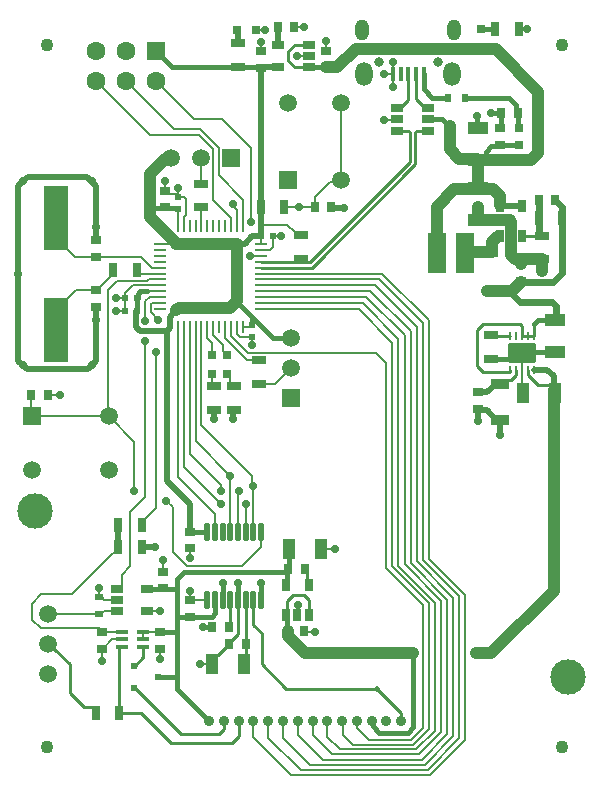
<source format=gbr>
%TF.GenerationSoftware,Altium Limited,Altium Designer,21.6.4 (81)*%
G04 Layer_Physical_Order=1*
G04 Layer_Color=255*
%FSLAX43Y43*%
%MOMM*%
%TF.SameCoordinates,B20EAAAA-7FFA-483C-807E-B1D6702B97A4*%
%TF.FilePolarity,Positive*%
%TF.FileFunction,Copper,L1,Top,Signal*%
%TF.Part,Single*%
G01*
G75*
%TA.AperFunction,SMDPad,CuDef*%
%ADD10C,0.500*%
%ADD11R,0.700X1.250*%
%ADD12R,0.800X0.900*%
%ADD13R,1.250X0.700*%
%ADD14R,0.800X0.800*%
G04:AMPARAMS|DCode=15|XSize=1.65mm|YSize=2.38mm|CornerRadius=0.124mm|HoleSize=0mm|Usage=FLASHONLY|Rotation=90.000|XOffset=0mm|YOffset=0mm|HoleType=Round|Shape=RoundedRectangle|*
%AMROUNDEDRECTD15*
21,1,1.650,2.133,0,0,90.0*
21,1,1.403,2.380,0,0,90.0*
1,1,0.248,1.066,0.701*
1,1,0.248,1.066,-0.701*
1,1,0.248,-1.066,-0.701*
1,1,0.248,-1.066,0.701*
%
%ADD15ROUNDEDRECTD15*%
%ADD16R,0.250X0.700*%
%ADD17R,0.500X0.800*%
%ADD18R,1.600X0.850*%
%ADD19R,1.000X0.200*%
%ADD20R,0.200X1.000*%
%ADD21R,0.600X0.500*%
%ADD22R,0.900X0.800*%
%ADD23R,1.219X0.914*%
%ADD24R,1.700X1.100*%
%ADD25R,1.100X1.700*%
G04:AMPARAMS|DCode=26|XSize=1.1mm|YSize=0.6mm|CornerRadius=0.021mm|HoleSize=0mm|Usage=FLASHONLY|Rotation=270.000|XOffset=0mm|YOffset=0mm|HoleType=Round|Shape=RoundedRectangle|*
%AMROUNDEDRECTD26*
21,1,1.100,0.558,0,0,270.0*
21,1,1.058,0.600,0,0,270.0*
1,1,0.042,-0.279,-0.529*
1,1,0.042,-0.279,0.529*
1,1,0.042,0.279,0.529*
1,1,0.042,0.279,-0.529*
%
%ADD26ROUNDEDRECTD26*%
%ADD27R,0.400X0.400*%
%TA.AperFunction,ConnectorPad*%
%ADD28R,0.450X1.300*%
%TA.AperFunction,SMDPad,CuDef*%
G04:AMPARAMS|DCode=29|XSize=0.3mm|YSize=1mm|CornerRadius=0mm|HoleSize=0mm|Usage=FLASHONLY|Rotation=90.000|XOffset=0mm|YOffset=0mm|HoleType=Round|Shape=RoundedRectangle|*
%AMROUNDEDRECTD29*
21,1,0.300,1.000,0,0,90.0*
21,1,0.300,1.000,0,0,90.0*
1,1,0.000,0.500,0.150*
1,1,0.000,0.500,-0.150*
1,1,0.000,-0.500,-0.150*
1,1,0.000,-0.500,0.150*
%
%ADD29ROUNDEDRECTD29*%
G04:AMPARAMS|DCode=30|XSize=1.1mm|YSize=0.6mm|CornerRadius=0.021mm|HoleSize=0mm|Usage=FLASHONLY|Rotation=180.000|XOffset=0mm|YOffset=0mm|HoleType=Round|Shape=RoundedRectangle|*
%AMROUNDEDRECTD30*
21,1,1.100,0.558,0,0,180.0*
21,1,1.058,0.600,0,0,180.0*
1,1,0.042,-0.529,0.279*
1,1,0.042,0.529,0.279*
1,1,0.042,0.529,-0.279*
1,1,0.042,-0.529,-0.279*
%
%ADD30ROUNDEDRECTD30*%
%ADD31R,0.700X0.750*%
%ADD32R,1.600X3.500*%
G04:AMPARAMS|DCode=33|XSize=0.45mm|YSize=1.5mm|CornerRadius=0.034mm|HoleSize=0mm|Usage=FLASHONLY|Rotation=180.000|XOffset=0mm|YOffset=0mm|HoleType=Round|Shape=RoundedRectangle|*
%AMROUNDEDRECTD33*
21,1,0.450,1.433,0,0,180.0*
21,1,0.383,1.500,0,0,180.0*
1,1,0.068,-0.191,0.716*
1,1,0.068,0.191,0.716*
1,1,0.068,0.191,-0.716*
1,1,0.068,-0.191,-0.716*
%
%ADD33ROUNDEDRECTD33*%
%ADD34R,2.000X5.500*%
%ADD35R,0.800X0.500*%
G04:AMPARAMS|DCode=36|XSize=0.6mm|YSize=1.1mm|CornerRadius=0.015mm|HoleSize=0mm|Usage=FLASHONLY|Rotation=270.000|XOffset=0mm|YOffset=0mm|HoleType=Round|Shape=RoundedRectangle|*
%AMROUNDEDRECTD36*
21,1,0.600,1.070,0,0,270.0*
21,1,0.570,1.100,0,0,270.0*
1,1,0.030,-0.535,-0.285*
1,1,0.030,-0.535,0.285*
1,1,0.030,0.535,0.285*
1,1,0.030,0.535,-0.285*
%
%ADD36ROUNDEDRECTD36*%
%ADD37R,0.800X0.800*%
%ADD38R,0.500X0.600*%
%TA.AperFunction,Conductor*%
%ADD39C,0.200*%
%ADD40C,0.500*%
%ADD41C,0.250*%
%ADD42C,0.400*%
%ADD43C,1.000*%
%ADD44C,0.600*%
%ADD45C,0.261*%
%TA.AperFunction,ComponentPad*%
%ADD46C,1.498*%
%ADD47R,1.498X1.498*%
%ADD48C,0.900*%
%ADD49O,1.450X2.000*%
%ADD50O,1.150X1.800*%
%ADD51C,0.800*%
%ADD52R,1.600X1.600*%
%ADD53C,1.600*%
%TA.AperFunction,WasherPad*%
%ADD54C,1.100*%
%TA.AperFunction,ComponentPad*%
%ADD55C,1.500*%
%ADD56R,1.498X1.498*%
%ADD57R,1.500X1.500*%
%ADD58R,1.500X1.500*%
%TA.AperFunction,ViaPad*%
%ADD59C,0.700*%
%ADD60C,3.000*%
D10*
X21250Y58250D02*
D03*
X31100Y8050D02*
D03*
D11*
X21250Y48850D02*
D03*
X23250D02*
D03*
X7300Y6000D02*
D03*
X9300D02*
D03*
X9200Y21900D02*
D03*
X11200D02*
D03*
Y20050D02*
D03*
X9200D02*
D03*
X46800Y47900D02*
D03*
X44800D02*
D03*
X43100Y63900D02*
D03*
X41100D02*
D03*
X8800Y43500D02*
D03*
X10800D02*
D03*
D12*
X25850Y48800D02*
D03*
X27250D02*
D03*
X46200Y49450D02*
D03*
X44800D02*
D03*
X17150Y13300D02*
D03*
X18550D02*
D03*
X41650Y56750D02*
D03*
X43050D02*
D03*
X24950Y12900D02*
D03*
X23550D02*
D03*
X1850Y32950D02*
D03*
X3250D02*
D03*
X25000Y18150D02*
D03*
X23600D02*
D03*
X20000Y11850D02*
D03*
X18600D02*
D03*
X24100Y64050D02*
D03*
X22700D02*
D03*
D13*
X19000Y33650D02*
D03*
Y31650D02*
D03*
X40800Y38000D02*
D03*
Y36000D02*
D03*
X45100Y46400D02*
D03*
Y44400D02*
D03*
X16250Y48800D02*
D03*
Y50800D02*
D03*
X17350Y33650D02*
D03*
Y31650D02*
D03*
X19350Y62700D02*
D03*
Y60700D02*
D03*
X21100Y35850D02*
D03*
Y33850D02*
D03*
X24650Y46450D02*
D03*
Y44450D02*
D03*
D14*
X18400Y36300D02*
D03*
Y34700D02*
D03*
X39900Y63900D02*
D03*
Y62300D02*
D03*
X17150Y36300D02*
D03*
Y34700D02*
D03*
D15*
X43400Y36500D02*
D03*
D16*
Y35070D02*
D03*
X43900D02*
D03*
X44400D02*
D03*
X42900D02*
D03*
X42400D02*
D03*
Y37930D02*
D03*
X42900D02*
D03*
X44400D02*
D03*
X43900D02*
D03*
X43400D02*
D03*
D17*
X37100Y58100D02*
D03*
X38600D02*
D03*
D18*
X41550Y33875D02*
D03*
Y30825D02*
D03*
D19*
X21250Y45700D02*
D03*
X12750Y41700D02*
D03*
Y45700D02*
D03*
X21250Y43200D02*
D03*
Y41700D02*
D03*
Y44200D02*
D03*
Y43700D02*
D03*
X12750Y40200D02*
D03*
X21250D02*
D03*
Y41200D02*
D03*
Y40700D02*
D03*
X12750Y42700D02*
D03*
X21250Y44700D02*
D03*
X12750Y43200D02*
D03*
Y43700D02*
D03*
X21250Y42200D02*
D03*
X12750Y45200D02*
D03*
Y44700D02*
D03*
X21250Y42700D02*
D03*
X12750Y40700D02*
D03*
Y44200D02*
D03*
X21250Y45200D02*
D03*
X12750Y42200D02*
D03*
Y41200D02*
D03*
D20*
X19750Y38700D02*
D03*
X18750D02*
D03*
X15750Y47200D02*
D03*
X16750D02*
D03*
X18250Y38700D02*
D03*
X15250Y47200D02*
D03*
X14250D02*
D03*
X16750Y38700D02*
D03*
X14250D02*
D03*
X15750D02*
D03*
X16250D02*
D03*
X15250D02*
D03*
X19750Y47200D02*
D03*
X16250D02*
D03*
X14750Y38700D02*
D03*
X19250D02*
D03*
X17750D02*
D03*
X14750Y47200D02*
D03*
X17250Y38700D02*
D03*
X18250Y47200D02*
D03*
X18750D02*
D03*
X19250D02*
D03*
X17750D02*
D03*
X17250D02*
D03*
D21*
X10550Y8100D02*
D03*
Y10000D02*
D03*
X12550Y9050D02*
D03*
X9750Y41100D02*
D03*
X10750D02*
D03*
X9750Y40050D02*
D03*
X10750D02*
D03*
X21300Y46350D02*
D03*
X22300D02*
D03*
D22*
X7850Y12850D02*
D03*
Y11450D02*
D03*
X39700Y31750D02*
D03*
Y33150D02*
D03*
X41550Y55500D02*
D03*
Y54100D02*
D03*
X43300Y44000D02*
D03*
Y42600D02*
D03*
X15300Y21350D02*
D03*
Y19950D02*
D03*
X15300Y14150D02*
D03*
Y15550D02*
D03*
X13000Y17950D02*
D03*
Y16550D02*
D03*
X12750Y12850D02*
D03*
Y11450D02*
D03*
X13200Y50200D02*
D03*
Y48800D02*
D03*
X7350Y44600D02*
D03*
Y46000D02*
D03*
X7350Y41800D02*
D03*
Y40400D02*
D03*
X26800Y62050D02*
D03*
Y60650D02*
D03*
X21250Y62000D02*
D03*
Y60600D02*
D03*
D23*
X40750Y41712D02*
D03*
Y44988D02*
D03*
D24*
X46200Y36550D02*
D03*
Y39250D02*
D03*
X39650Y52850D02*
D03*
Y55550D02*
D03*
X39675Y50400D02*
D03*
Y47700D02*
D03*
D25*
X46150Y33100D02*
D03*
X43450D02*
D03*
X23700Y19850D02*
D03*
X26400D02*
D03*
X17150Y10150D02*
D03*
X19850D02*
D03*
D26*
X41500Y46350D02*
D03*
X42450D02*
D03*
X43400D02*
D03*
Y48950D02*
D03*
X41500D02*
D03*
X23418Y14258D02*
D03*
X24368D02*
D03*
X25318D02*
D03*
Y16858D02*
D03*
X23418D02*
D03*
D27*
X39650Y51950D02*
D03*
D28*
X35050Y60050D02*
D03*
X32450D02*
D03*
X34400D02*
D03*
X33750D02*
D03*
X33100D02*
D03*
D29*
X9510Y12870D02*
D03*
Y12220D02*
D03*
Y11570D02*
D03*
X11310D02*
D03*
Y12220D02*
D03*
Y12870D02*
D03*
D30*
X9075Y16525D02*
D03*
Y15575D02*
D03*
Y14625D02*
D03*
X11675D02*
D03*
Y16525D02*
D03*
X25325Y60650D02*
D03*
Y61600D02*
D03*
Y62550D02*
D03*
X22725D02*
D03*
Y60650D02*
D03*
D31*
X43100Y54075D02*
D03*
Y55525D02*
D03*
D32*
X36150Y44950D02*
D03*
X38550D02*
D03*
D33*
X21300Y21350D02*
D03*
X20650D02*
D03*
X20000D02*
D03*
X19350D02*
D03*
X18700D02*
D03*
X18050D02*
D03*
X17400D02*
D03*
X16750D02*
D03*
Y15550D02*
D03*
X17400D02*
D03*
X18050D02*
D03*
X18700D02*
D03*
X19350D02*
D03*
X20000D02*
D03*
X20650D02*
D03*
X21300D02*
D03*
D34*
X3950Y38400D02*
D03*
Y47900D02*
D03*
D35*
X7600Y14350D02*
D03*
Y15850D02*
D03*
D36*
X35400Y57200D02*
D03*
Y56250D02*
D03*
Y55300D02*
D03*
X32800D02*
D03*
Y56250D02*
D03*
Y57200D02*
D03*
D37*
X19250Y63800D02*
D03*
X20850D02*
D03*
D38*
X20500Y38850D02*
D03*
Y37850D02*
D03*
X14250Y48700D02*
D03*
Y49700D02*
D03*
D39*
X12569Y39300D02*
X12600D01*
X11950Y39919D02*
X12569Y39300D01*
X11950Y39919D02*
Y40583D01*
X19250Y47200D02*
Y48565D01*
X18900Y48915D02*
X19250Y48565D01*
X18900Y48915D02*
Y49050D01*
X19750Y47200D02*
Y49450D01*
X17700Y51500D02*
Y53850D01*
Y51500D02*
X19750Y49450D01*
X27158Y50958D02*
X27858D01*
X25850Y48800D02*
Y49650D01*
X27858Y50958D02*
X28050Y51150D01*
X25850Y49650D02*
X27158Y50958D01*
X28050Y51150D02*
Y57650D01*
X24500Y48800D02*
X25700D01*
X23300D02*
X24500D01*
X23250Y48850D02*
X23300Y48800D01*
X20400Y47550D02*
Y53850D01*
X18000Y56250D02*
X20400Y53850D01*
X17240Y49441D02*
X18750Y47931D01*
Y47200D02*
Y47931D01*
X15750Y29000D02*
Y38700D01*
Y29000D02*
X18700Y26050D01*
X18400Y34700D02*
X18700Y34400D01*
Y33900D02*
Y34400D01*
Y33900D02*
X18950Y33650D01*
X19000D01*
X17250Y38000D02*
X18100Y37150D01*
Y36600D02*
X18400Y36300D01*
X18100Y36600D02*
Y37150D01*
X17250Y38000D02*
Y38700D01*
X17150Y36300D02*
Y37330D01*
X16750Y37730D02*
X17150Y37330D01*
X16750Y37730D02*
Y38700D01*
X17400Y21350D02*
Y22850D01*
X14250Y26000D02*
X17400Y22850D01*
X14250Y26000D02*
Y38700D01*
X15250Y27950D02*
Y38700D01*
X17900Y24750D02*
Y25300D01*
X15250Y27950D02*
X17900Y25300D01*
X16250Y30350D02*
Y38700D01*
Y30350D02*
X20565Y26035D01*
Y25285D02*
Y26035D01*
Y25285D02*
X20650Y25200D01*
X5300Y16050D02*
X8775Y19525D01*
X9200Y19775D02*
Y20050D01*
X8950Y19525D02*
X9200Y19775D01*
X8775Y19525D02*
X8950D01*
X9504Y17704D02*
X10200Y18400D01*
X9075Y16525D02*
X9304D01*
X9504Y16725D01*
Y17704D01*
X23529Y47321D02*
X24125Y46725D01*
X21250Y47150D02*
X21421Y47321D01*
X23529D01*
X21300Y45700D02*
Y46350D01*
X8400Y31100D02*
X10550Y28950D01*
Y24750D02*
Y28950D01*
X3250Y32950D02*
X4250D01*
X7600Y15850D02*
Y16600D01*
X12750Y10600D02*
X12750Y10600D01*
X12750Y10600D02*
Y11450D01*
X34000Y3700D02*
X35043Y4743D01*
X30450Y3700D02*
X34000D01*
X35043Y4743D02*
Y15157D01*
X29430Y4720D02*
X30450Y3700D01*
X34200Y3300D02*
X35550Y4650D01*
X28200Y4150D02*
X29050Y3300D01*
X34200D01*
X27950Y2900D02*
X34450D01*
X36057Y4507D01*
X26900Y3950D02*
X27950Y2900D01*
X25650Y4150D02*
X27300Y2500D01*
X34700D02*
X36564Y4364D01*
X27300Y2500D02*
X34700D01*
X24400Y4150D02*
X26500Y2050D01*
X34900D02*
X37071Y4221D01*
X26500Y2050D02*
X34900D01*
X35150Y1600D02*
X37579Y4029D01*
X23150Y3900D02*
X25450Y1600D01*
X35150D01*
X24650Y1150D02*
X35400D01*
X21900Y3900D02*
X24650Y1150D01*
X35400D02*
X38086Y3836D01*
X23850Y750D02*
X35600D01*
X38593Y3743D01*
X20650Y3950D02*
X23850Y750D01*
X7850Y11450D02*
X7900D01*
X8670Y12220D02*
X9510D01*
X7900Y11450D02*
X8670Y12220D01*
X11675Y14625D02*
X12775D01*
X2700Y16050D02*
X5300D01*
X2650Y13150D02*
X7550D01*
X1900Y15250D02*
X2700Y16050D01*
X1900Y13900D02*
Y15250D01*
Y13900D02*
X2650Y13150D01*
X7850Y10400D02*
Y11450D01*
X7550Y13150D02*
X7850Y12850D01*
X13000Y17940D02*
Y18950D01*
X10200Y18400D02*
Y23000D01*
X11500Y24300D01*
Y37450D01*
X11200Y22175D02*
X12400Y23375D01*
Y36550D01*
X11200Y21900D02*
Y22175D01*
X11310Y12220D02*
Y12870D01*
X12730D01*
X12750Y12850D01*
X4020Y14370D02*
X7580D01*
X4000Y14390D02*
X4020Y14370D01*
X7580D02*
X7600Y14350D01*
X7870Y12870D02*
X9510D01*
X7850Y12850D02*
X7870Y12870D01*
X8025Y14625D02*
X9075D01*
X7750Y14350D02*
X8025Y14625D01*
X7600Y14350D02*
X7750D01*
X7800Y15800D02*
X8025Y15575D01*
X9075D01*
X32625Y56225D02*
X32650Y56250D01*
X31725Y56225D02*
X32625D01*
X31700Y56200D02*
X31725Y56225D01*
X8350Y31150D02*
Y41800D01*
X9100Y42550D01*
X8350Y31150D02*
X8400Y31100D01*
X18750Y37900D02*
X20150Y36500D01*
X31050D01*
X31900Y35650D01*
X20372Y44700D02*
X21250D01*
X19350Y21350D02*
Y24700D01*
X19400Y24750D01*
X19350Y21350D02*
X19350Y21350D01*
X12067Y40700D02*
X12750D01*
X11950Y40583D02*
X12067Y40700D01*
X24375Y46450D02*
X24400D01*
X24125Y46700D02*
X24375Y46450D01*
X24125Y46700D02*
Y46725D01*
X12750Y45700D02*
X14050D01*
X14100Y45750D01*
X34986Y18964D02*
X38086Y15864D01*
X37071Y4221D02*
Y15579D01*
X33957Y18693D02*
X37071Y15579D01*
X31900Y18300D02*
X35043Y15157D01*
X33443Y18607D02*
X36564Y15486D01*
X32414Y18436D02*
X35550Y15300D01*
X35500Y19050D02*
X38593Y15957D01*
X34471Y18829D02*
X37579Y15721D01*
X38593Y3743D02*
Y15957D01*
X36057Y4507D02*
Y15343D01*
X32929Y18471D02*
X36057Y15343D01*
X36564Y4364D02*
Y15486D01*
X37579Y4029D02*
Y15721D01*
X35550Y4650D02*
Y15300D01*
X38086Y3836D02*
Y15864D01*
X43400Y33300D02*
Y35070D01*
Y36500D01*
X20500Y37150D02*
Y37850D01*
X20500Y37850D02*
X20500Y37850D01*
X19500Y37850D02*
X20500D01*
X18750Y37900D02*
Y38700D01*
X31900Y18300D02*
Y35650D01*
X20125Y35850D02*
X21100D01*
X18250Y37725D02*
X20125Y35850D01*
X21100Y33850D02*
X22440D01*
X23800Y35210D01*
X31300Y42700D02*
X34986Y39014D01*
Y18964D02*
Y39014D01*
X30950Y42200D02*
X34471Y38679D01*
Y18829D02*
Y38679D01*
X30550Y41700D02*
X33957Y38293D01*
Y18693D02*
Y38293D01*
X30200Y41200D02*
X33443Y37957D01*
Y18607D02*
Y37957D01*
X29900Y40700D02*
X32929Y37671D01*
Y18471D02*
Y37671D01*
X29550Y40200D02*
X32414Y37336D01*
Y18436D02*
Y37336D01*
X21250Y40200D02*
X29550D01*
X21250Y40700D02*
X29900D01*
X31550Y43200D02*
X35500Y39250D01*
X21250Y43200D02*
X31550D01*
X35500Y19050D02*
Y39250D01*
X21250Y42700D02*
X31300D01*
X21250Y42200D02*
X30950D01*
X21250Y41700D02*
X30550D01*
X21250Y41200D02*
X30200D01*
X41300Y55750D02*
X41550Y55500D01*
X18600Y11850D02*
Y11900D01*
X24950Y12850D02*
X25850D01*
X43050Y63900D02*
X43850D01*
X21250Y62150D02*
X21350Y62050D01*
X31700Y60050D02*
X32500D01*
X26400Y19850D02*
X27550D01*
X22300Y46350D02*
X23000D01*
X22200D02*
X22300D01*
X25275Y61650D02*
X25325Y61600D01*
X24350Y61650D02*
X25275D01*
X16150Y10150D02*
X16150Y10150D01*
X17150D01*
X11870Y54950D02*
X16000D01*
X7320Y59500D02*
X11870Y54950D01*
X13910Y55450D02*
X16100D01*
X9860Y59500D02*
X13910Y55450D01*
X12400Y59500D02*
X15650Y56250D01*
X18000D01*
X11650Y42550D02*
X11800Y42700D01*
X9100Y42550D02*
X11650D01*
X11800Y42700D02*
X12750D01*
X7400Y41800D02*
X8550Y42950D01*
Y43250D01*
X8800Y43500D01*
X7350Y41800D02*
X7400D01*
X7350Y44600D02*
X11150D01*
X12050Y43700D01*
X1900Y31100D02*
X8400D01*
X21250Y62150D02*
Y62800D01*
X26800Y62050D02*
Y62850D01*
X24100Y64050D02*
X24900D01*
X20850Y63800D02*
X21650D01*
X32450Y58950D02*
Y59750D01*
X32450Y60300D02*
Y61100D01*
X21900Y3900D02*
Y5350D01*
X20650Y3950D02*
Y5350D01*
X23150Y3900D02*
Y5350D01*
X24400Y4150D02*
Y5350D01*
X25650Y4150D02*
Y5350D01*
X29430Y4720D02*
Y5320D01*
X29400Y5350D02*
X29430Y5320D01*
X14275Y49775D02*
Y50425D01*
X13200Y50250D02*
Y51050D01*
X24384Y14366D02*
Y15159D01*
X24400Y15175D01*
X15300Y19150D02*
Y19950D01*
X15300Y19950D02*
X15300Y19950D01*
X19700Y18450D02*
X21300Y20050D01*
X15000Y18450D02*
X19700D01*
X13800Y19650D02*
X15000Y18450D01*
X15300Y15550D02*
Y16350D01*
Y15550D02*
X16750D01*
X13800Y19650D02*
Y23450D01*
X13286Y23964D02*
X13800Y23450D01*
X21300Y20050D02*
Y21350D01*
X28150Y5350D02*
X28200Y5300D01*
Y4150D02*
Y5300D01*
X26900Y3950D02*
Y5350D01*
X20000Y23650D02*
X20000Y23650D01*
X20000Y21350D02*
Y23650D01*
X20000Y21350D02*
X20000Y21350D01*
X14750Y26800D02*
Y38700D01*
Y26800D02*
X17900Y23650D01*
X18700Y21350D02*
Y26050D01*
X17400Y21350D02*
X17400Y21350D01*
X17150Y33850D02*
Y34950D01*
Y33850D02*
X17350Y33650D01*
X18250Y37725D02*
Y38700D01*
X20650Y21350D02*
Y25200D01*
X11500Y40850D02*
X11850Y41200D01*
X11500Y39150D02*
Y40850D01*
X9800Y41150D02*
Y41550D01*
X9750Y41100D02*
X9800Y41150D01*
Y41550D02*
X10450Y42200D01*
X9000Y40050D02*
X9000Y40050D01*
X9750D01*
X9000Y41100D02*
X9750D01*
Y40050D02*
Y41100D01*
X11850Y41200D02*
X12750D01*
X1850Y31150D02*
Y32950D01*
Y31150D02*
X1900Y31100D01*
X20350Y38700D02*
X20500Y38850D01*
X16000Y54950D02*
X17240Y53710D01*
Y49441D02*
Y53710D01*
X16100Y55450D02*
X17700Y53850D01*
X14200Y48750D02*
X14250Y48700D01*
Y47200D02*
Y48700D01*
X14100Y49900D02*
X14250Y49750D01*
X13500Y49900D02*
X14100D01*
X14250Y49700D02*
Y49750D01*
X13200Y50200D02*
X13500Y49900D01*
X14750Y49700D02*
X14900Y49550D01*
X14250Y49700D02*
X14750D01*
X14900Y48150D02*
Y49550D01*
X14750Y47200D02*
Y48000D01*
X14900Y48150D01*
X16240Y50810D02*
X16250Y50800D01*
X16240Y50810D02*
Y52950D01*
X16250Y47200D02*
Y48800D01*
X17350Y33650D02*
X17550Y33850D01*
X19250Y38100D02*
Y38700D01*
Y38100D02*
X19500Y37850D01*
X19750Y38700D02*
X20350D01*
X10450Y42200D02*
X12750D01*
X22300Y45450D02*
Y46350D01*
X22050Y45200D02*
X22300Y45450D01*
X21250Y45200D02*
X22050D01*
X21250Y45700D02*
X21300D01*
X11650Y41700D02*
X12750D01*
X12050Y43700D02*
X12750D01*
X5500Y44600D02*
X7350D01*
X3950Y46150D02*
X5500Y44600D01*
X3950Y46150D02*
Y47900D01*
X5600Y41800D02*
X7350D01*
X3950Y40150D02*
X5600Y41800D01*
X3950Y38400D02*
Y40150D01*
X11100Y43200D02*
X12750D01*
D40*
X13350Y38350D02*
X13550Y38550D01*
Y39500D01*
X14125Y40075D01*
X13350Y25650D02*
X15300Y23700D01*
X13350Y25650D02*
Y38350D01*
X11043D02*
X13350D01*
X21250Y60600D02*
Y60640D01*
Y48850D02*
Y60600D01*
X21240Y60650D02*
X22725D01*
X20950D02*
X21240D01*
X21250Y48850D02*
X21250Y48850D01*
X21240Y60650D02*
X21250Y60640D01*
X27250Y48800D02*
X27300Y48750D01*
X28300D01*
X17350Y30850D02*
Y31650D01*
X18950Y31600D02*
X19000Y31650D01*
X18950Y30850D02*
Y31600D01*
X39684Y31609D02*
X40391D01*
X39675Y31600D02*
X39684Y31609D01*
X39675Y30725D02*
Y31600D01*
X39650Y30700D02*
X39675Y30725D01*
X40391Y31609D02*
X41175Y30825D01*
X41550D01*
X40457Y33157D02*
X41175Y33875D01*
X39700Y33150D02*
X39707Y33157D01*
X40457D01*
X41175Y33875D02*
X41550D01*
X41525Y30825D02*
X41550Y30800D01*
Y29550D02*
Y30800D01*
X21250Y47150D02*
Y48850D01*
Y46350D02*
X21300D01*
X21250D02*
Y47150D01*
X20550Y46350D02*
X21300D01*
X19939Y45739D02*
X20550Y46350D01*
X19250Y45739D02*
X19939D01*
X9200Y20050D02*
Y21900D01*
X11200Y20050D02*
X12300D01*
X10700Y38693D02*
Y39481D01*
X10704Y39485D01*
Y40050D01*
X10700Y38693D02*
X11043Y38350D01*
X10704Y40050D02*
X10750D01*
X15300Y21350D02*
Y23700D01*
X45530Y35070D02*
X46100Y34500D01*
X44400Y35070D02*
X45530D01*
X46100Y33850D02*
Y34500D01*
X46150Y33100D02*
Y33650D01*
X41500Y49000D02*
X41550Y48950D01*
X43400D01*
X6550Y51400D02*
X7350Y50600D01*
X7350Y35800D02*
Y40400D01*
X750Y35800D02*
X1450Y35100D01*
X7350Y47100D02*
Y50600D01*
Y46000D02*
Y47100D01*
X1150Y51000D02*
X1550Y51400D01*
X750Y50600D02*
X1150Y51000D01*
X750Y43200D02*
Y50600D01*
Y35800D02*
Y43200D01*
X7000Y35450D02*
X7350Y35800D01*
X6650Y35100D02*
X7000Y35450D01*
X19300Y62750D02*
Y63750D01*
X19250Y63800D02*
X19300Y63750D01*
Y62750D02*
X19350Y62700D01*
X1550Y51400D02*
X6550D01*
X1450Y35100D02*
X6650D01*
X22713Y62563D02*
Y64037D01*
Y62563D02*
X22725Y62550D01*
X22700Y64050D02*
X22713Y64037D01*
D41*
X45725Y33800D02*
X46150Y33375D01*
X43900Y34600D02*
X44700Y33800D01*
X46150Y33100D02*
Y33375D01*
X44700Y33800D02*
X45725D01*
X41550Y33875D02*
X41850Y34175D01*
X42475D01*
X42900Y34600D01*
X9325Y11570D02*
X9510D01*
X9300Y6000D02*
Y11545D01*
X9325Y11570D01*
X3777Y11423D02*
X5100Y10100D01*
Y7700D02*
Y10100D01*
X20650Y13424D02*
Y15550D01*
Y13424D02*
X21350Y12724D01*
Y10100D02*
Y12724D01*
X20650Y13424D02*
Y15550D01*
X11100Y6000D02*
X13650Y3450D01*
X9450Y6000D02*
X11100D01*
X9300D02*
X9450D01*
X7075Y6500D02*
X7300Y6275D01*
X5100Y7700D02*
X6300Y6500D01*
X7300Y6000D02*
Y6275D01*
X6300Y6500D02*
X7075D01*
X10600Y8100D02*
X14500Y4200D01*
X17750D02*
X18150Y4600D01*
X14500Y4200D02*
X17750D01*
X18150Y4600D02*
Y5350D01*
X19400Y4050D02*
Y5350D01*
X13650Y3450D02*
X18800D01*
X19400Y4050D01*
X33142Y5358D02*
X33150Y5350D01*
X33142Y5358D02*
Y6008D01*
X31100Y8050D02*
X33142Y6008D01*
X23400Y8050D02*
X31100D01*
X21350Y10100D02*
X23400Y8050D01*
X10550Y8100D02*
X10600D01*
Y10000D02*
X11310Y10710D01*
X10550Y10000D02*
X10600D01*
X11310Y10710D02*
Y11570D01*
X23600Y61200D02*
X24150Y60650D01*
X23600Y61200D02*
Y62000D01*
X24150Y62550D01*
X24000Y15950D02*
X24900D01*
X23500Y15450D02*
X24000Y15950D01*
X24900D02*
X25318Y15532D01*
X40100Y34850D02*
X42400D01*
X39600Y35350D02*
X40100Y34850D01*
X42400D02*
Y35070D01*
X43400Y46400D02*
X44800D01*
X43900Y34600D02*
Y35070D01*
X42900Y34600D02*
Y35070D01*
X40800Y37950D02*
X40815Y37965D01*
X39600Y35350D02*
Y38450D01*
X40100Y38950D01*
X40815Y37915D02*
X42400D01*
Y37930D01*
X43400D02*
X43900D01*
X43400D02*
Y38750D01*
X43200Y38950D02*
X43400Y38750D01*
X40100Y38950D02*
X43200D01*
X43900Y37930D02*
X44400D01*
Y38900D01*
X17675Y10875D02*
X18600Y11800D01*
X17575Y10875D02*
X17675D01*
X17150Y10450D02*
X17575Y10875D01*
X17150Y10150D02*
Y10450D01*
X18600Y11800D02*
Y11850D01*
X18700Y15450D02*
Y15550D01*
X18600Y11900D02*
X19350Y12650D01*
Y15550D01*
X18700Y13300D02*
Y15450D01*
Y13300D02*
X18700Y13300D01*
X43400Y46400D02*
X43400Y46400D01*
X18600Y15450D02*
X18700Y15550D01*
X20000Y11850D02*
Y15550D01*
Y11850D02*
X20000Y11850D01*
Y10300D02*
Y11850D01*
X19850Y10150D02*
X20000Y10300D01*
X23418Y14258D02*
X23500Y14340D01*
Y15450D01*
X25318Y14258D02*
Y15532D01*
X25143Y17033D02*
Y18007D01*
X25000Y18150D02*
X25143Y18007D01*
Y17033D02*
X25318Y16858D01*
X10800Y43500D02*
X10800Y43500D01*
X33050Y57200D02*
X33225Y57375D01*
Y57375D01*
X32800Y57200D02*
X33050D01*
X33225Y57375D02*
X33750Y57900D01*
Y60050D01*
X34400Y57950D02*
Y60050D01*
Y57950D02*
X35150Y57200D01*
X35400D01*
X24150Y62550D02*
X25325D01*
X24150Y60650D02*
X25325D01*
D42*
X14200Y14150D02*
Y16550D01*
X13000Y16525D02*
X14175D01*
X14200Y12850D02*
Y14150D01*
X14800Y17950D02*
X23450D01*
X14200Y17350D02*
X14800Y17950D01*
X11675Y16525D02*
X13000D01*
X23450Y17950D02*
X23600Y18100D01*
X14200Y16550D02*
Y17350D01*
X14175Y16525D02*
X14200Y16550D01*
X21300Y17000D02*
X21300Y17000D01*
X21300Y15550D02*
Y17000D01*
X21300Y15550D02*
X21300Y15550D01*
X19350D02*
Y17000D01*
X19350Y17000D01*
X19350Y15550D02*
X19350Y15550D01*
X18050Y15550D02*
X18050Y15550D01*
Y17000D02*
X18050Y17000D01*
X18050Y15550D02*
Y17000D01*
X34200Y4800D02*
Y11050D01*
X30650Y5350D02*
X30746Y5254D01*
Y4854D02*
Y5254D01*
Y4854D02*
X31300Y4300D01*
X33700D01*
X34200Y4800D01*
X14200Y9050D02*
Y12850D01*
Y8050D02*
Y9050D01*
X12750Y12850D02*
X14200D01*
X12550Y9050D02*
X14200D01*
Y8050D02*
X16900Y5350D01*
X15300Y14150D02*
X17100D01*
X14300D02*
X15300D01*
X36650Y56250D02*
X37250Y55650D01*
X35400Y56250D02*
X36650D01*
X20500Y39550D02*
X22300Y37750D01*
X19250Y40800D02*
X20500Y39550D01*
X19250Y40800D02*
Y40886D01*
X42700Y36100D02*
X43100Y36500D01*
X42549Y35949D02*
X42700Y36100D01*
X43100Y36500D02*
X43400D01*
X40849Y35949D02*
X42549D01*
X39650Y50350D02*
Y50400D01*
X23450Y12900D02*
Y14226D01*
X39600Y55600D02*
X39650Y55550D01*
X39600Y55600D02*
Y56550D01*
X40825Y56775D02*
X41625D01*
X40800Y56800D02*
X40825Y56775D01*
X41625D02*
X41650Y56750D01*
X43400Y36500D02*
X43450Y36550D01*
X46200D01*
X40800Y35950D02*
X40849Y35999D01*
X44400Y38900D02*
X44750Y39250D01*
X46200D01*
X19375Y60675D02*
X20925D01*
X19350Y60700D02*
X19375Y60675D01*
X22300Y37750D02*
X23800D01*
X35075Y58825D02*
X35800Y58100D01*
X37100D01*
X35075Y58825D02*
Y60025D01*
X35050Y60050D02*
X35075Y60025D01*
X38600Y58100D02*
X42300D01*
X39850Y63900D02*
X41100D01*
X39950Y52850D02*
X40300Y53200D01*
Y53500D02*
X40776Y53976D01*
X41426D02*
X41550Y54100D01*
X40300Y53200D02*
Y53500D01*
X40776Y53976D02*
X41426D01*
X42901Y56899D02*
Y57499D01*
X42300Y58100D02*
X42901Y57499D01*
Y56899D02*
X43075Y56725D01*
X41600Y55550D02*
Y56700D01*
X41650Y56750D01*
X41550Y55500D02*
X41600Y55550D01*
X41562Y54088D02*
X43088D01*
X41550Y54100D02*
X41562Y54088D01*
X43088D02*
X43100Y54075D01*
X43075Y55550D02*
Y56725D01*
Y55550D02*
X43100Y55525D01*
X16350Y13300D02*
X17150D01*
X35400Y56250D02*
X35450Y56200D01*
X23418Y14258D02*
X23450Y14226D01*
X23650Y19800D02*
X23700Y19850D01*
X23600Y18150D02*
X23650Y18200D01*
Y19800D01*
X11900Y48750D02*
X13150D01*
X13200Y48800D01*
X13740Y60700D02*
X19350D01*
X12400Y62040D02*
X13740Y60700D01*
X23509Y16949D02*
Y17900D01*
X23600Y18100D02*
Y18150D01*
X15300Y21350D02*
X16750D01*
X17100Y14150D02*
X17375Y14425D01*
Y15525D01*
X17400Y15550D01*
X10750Y40050D02*
Y41100D01*
X10800D02*
X10850Y41150D01*
Y41466D02*
X11084Y41700D01*
X10850Y41150D02*
Y41466D01*
X10750Y41100D02*
X10800D01*
X11084Y41700D02*
X11650D01*
X23418Y16858D02*
X23509Y16949D01*
X20500Y38850D02*
Y39550D01*
X13250Y48750D02*
X14200D01*
X13200Y48800D02*
X13250Y48750D01*
X25325Y60650D02*
X26800D01*
X25325Y60650D02*
X25325Y60650D01*
D43*
X23550Y12531D02*
X25031Y11050D01*
X34200D01*
X23550Y12531D02*
Y12900D01*
X40800Y11050D02*
X46100Y16350D01*
X39450Y11050D02*
X40800D01*
X46100Y16350D02*
Y33300D01*
X39662Y50412D02*
Y52838D01*
X37250Y53700D02*
Y55650D01*
X38050Y52900D02*
X39600D01*
X37250Y53700D02*
X38050Y52900D01*
X39600D02*
X39650Y52850D01*
X39950D01*
X44164D02*
X44750Y53436D01*
X39950Y52850D02*
X44164D01*
X44750Y53436D02*
Y58600D01*
X29300Y62200D02*
X41150D01*
X18664Y40300D02*
X19250Y40886D01*
X14350Y40300D02*
X18664D01*
X14125Y40075D02*
X14350Y40300D01*
X19250Y40886D02*
Y45739D01*
X14089D02*
X19250D01*
X11900Y47950D02*
X14100Y45750D01*
X13604Y52854D02*
X13700Y52950D01*
X11900Y51600D02*
X13154Y52854D01*
X13604D01*
X11900Y48750D02*
Y51600D01*
Y47950D02*
Y48750D01*
X40793Y45031D02*
X40860D01*
Y45860D02*
X41300Y46300D01*
X40750Y44988D02*
X40793Y45031D01*
X40860D02*
Y45860D01*
X40400Y41712D02*
X40750D01*
X38550Y44988D02*
X40750D01*
X42288Y41712D02*
X42512D01*
X40750D02*
X42288D01*
X43350Y44400D02*
X45100D01*
X42800D02*
X43300D01*
X42450Y44750D02*
Y46350D01*
X43300Y44000D02*
Y44350D01*
X43350Y44400D01*
X42512Y41712D02*
X43300Y42500D01*
X42450Y44750D02*
X42800Y44400D01*
X45100Y43450D02*
Y44400D01*
X45100Y44400D02*
X45100Y44400D01*
X39700Y47725D02*
Y48800D01*
X39675Y47700D02*
X39700Y47725D01*
X39675Y47700D02*
X42350D01*
X42450Y47600D01*
Y46350D02*
Y47600D01*
X43450Y32800D02*
Y33100D01*
X39675Y50400D02*
X39725Y50350D01*
X39662Y50412D02*
X39675Y50400D01*
X27750Y60650D02*
X29300Y62200D01*
X26800Y60650D02*
X27750D01*
X41150Y62200D02*
X44750Y58600D01*
X41486Y49000D02*
X41500D01*
X40900Y50350D02*
X41486Y49764D01*
Y49000D02*
Y49764D01*
Y49000D02*
X41486Y49000D01*
X39725Y50350D02*
X40900D01*
X36150Y48850D02*
X37650Y50350D01*
X39650D02*
X39650Y50350D01*
X37650Y50350D02*
X39650D01*
X36150Y44950D02*
Y48850D01*
D44*
X43300Y42500D02*
X46050D01*
X43225Y40775D02*
X45925D01*
X42288Y41712D02*
X43225Y40775D01*
X45925D02*
X46250Y40450D01*
X46800Y43250D02*
Y47900D01*
X46050Y42500D02*
X46800Y43250D01*
X46200Y49400D02*
X46750Y48850D01*
Y47950D02*
X46800Y47900D01*
X46200Y49400D02*
Y49450D01*
X46750Y47950D02*
Y48850D01*
X44800Y46450D02*
X44850Y46400D01*
X45100D01*
X44800Y46450D02*
Y49450D01*
X46200Y39250D02*
X46250Y39300D01*
Y40450D01*
X43400Y46350D02*
Y46375D01*
D45*
X24650Y44200D02*
X25448D01*
X25600Y43700D02*
X34331Y52431D01*
X21250Y43700D02*
X25600D01*
X21250Y44200D02*
X24650D01*
X25448D02*
X33869Y52621D01*
X34331Y52431D02*
Y55147D01*
X33869Y52621D02*
Y55147D01*
X34483Y55300D02*
X35400D01*
X34331Y55147D02*
X34483Y55300D01*
X32800D02*
X33717D01*
X33869Y55147D01*
D46*
X23550Y57650D02*
D03*
X28050D02*
D03*
Y51150D02*
D03*
X1900Y26600D02*
D03*
X8400D02*
D03*
Y31100D02*
D03*
D47*
X23550Y51150D02*
D03*
D48*
X16900Y5350D02*
D03*
X18150D02*
D03*
X19400D02*
D03*
X20650D02*
D03*
X21900D02*
D03*
X23150D02*
D03*
X24400D02*
D03*
X25650D02*
D03*
X26900D02*
D03*
X28150D02*
D03*
X29400D02*
D03*
X30650D02*
D03*
X31900D02*
D03*
X33150D02*
D03*
D49*
X37475Y60050D02*
D03*
X30025D02*
D03*
D50*
X37625Y63850D02*
D03*
X29875D02*
D03*
D51*
X36250Y61100D02*
D03*
X31250D02*
D03*
D52*
X12400Y62040D02*
D03*
D53*
Y59500D02*
D03*
X9860Y62040D02*
D03*
Y59500D02*
D03*
X7320Y62040D02*
D03*
Y59500D02*
D03*
D54*
X3200Y62550D02*
D03*
Y3150D02*
D03*
X46800D02*
D03*
Y62550D02*
D03*
D55*
X3250Y14380D02*
D03*
Y11840D02*
D03*
Y9300D02*
D03*
X16240Y52950D02*
D03*
X13700D02*
D03*
X23800Y35210D02*
D03*
Y37750D02*
D03*
D56*
X1900Y31100D02*
D03*
D57*
X18780Y52950D02*
D03*
D58*
X23800Y32670D02*
D03*
D59*
X12600Y39300D02*
D03*
X18900Y49050D02*
D03*
X28300Y48750D02*
D03*
X24500Y48800D02*
D03*
X20400Y47550D02*
D03*
X18950Y30850D02*
D03*
X39650Y30700D02*
D03*
X41550Y29550D02*
D03*
X10550Y24750D02*
D03*
X21300Y17000D02*
D03*
X19350D02*
D03*
X18050D02*
D03*
X34200Y11050D02*
D03*
X39450D02*
D03*
X4250Y32950D02*
D03*
X7600Y16600D02*
D03*
X12750Y10600D02*
D03*
X12775Y14625D02*
D03*
X7850Y10400D02*
D03*
X13000Y18950D02*
D03*
X12300Y20050D02*
D03*
X12400Y36550D02*
D03*
X31700Y56200D02*
D03*
X20372Y44700D02*
D03*
X24400Y15175D02*
D03*
X19400Y24750D02*
D03*
X20650Y25200D02*
D03*
X18700Y26050D02*
D03*
X42450Y45150D02*
D03*
X39700Y48800D02*
D03*
X42350Y47700D02*
D03*
X42700Y36100D02*
D03*
X44100Y36900D02*
D03*
X39600Y56550D02*
D03*
X40800Y56800D02*
D03*
X44100Y36100D02*
D03*
X42700Y36900D02*
D03*
X45100Y43450D02*
D03*
X20500Y37150D02*
D03*
X16350Y13300D02*
D03*
X25850Y12850D02*
D03*
X27550Y19850D02*
D03*
X11500Y37450D02*
D03*
X24350Y61650D02*
D03*
X16150Y10150D02*
D03*
X21250Y62800D02*
D03*
X26800Y62850D02*
D03*
X24900Y64050D02*
D03*
X21650Y63800D02*
D03*
X32450Y58950D02*
D03*
X31700Y60050D02*
D03*
X32450Y61100D02*
D03*
X43850Y63900D02*
D03*
X23000Y46350D02*
D03*
X14275Y50425D02*
D03*
X13200Y51050D02*
D03*
X17350Y30850D02*
D03*
X750Y43200D02*
D03*
X7350Y39300D02*
D03*
X7000Y35450D02*
D03*
X1100D02*
D03*
X1150Y51000D02*
D03*
X6950D02*
D03*
X7350Y47100D02*
D03*
X15300Y19150D02*
D03*
Y16350D02*
D03*
X13286Y23964D02*
D03*
X20000Y23650D02*
D03*
X17900D02*
D03*
Y24750D02*
D03*
X11500Y39150D02*
D03*
X9000Y40050D02*
D03*
Y41100D02*
D03*
D60*
X47250Y9000D02*
D03*
X2150Y23050D02*
D03*
%TF.MD5,55a70953fb01efe5144990f65fb0bdd1*%
M02*

</source>
